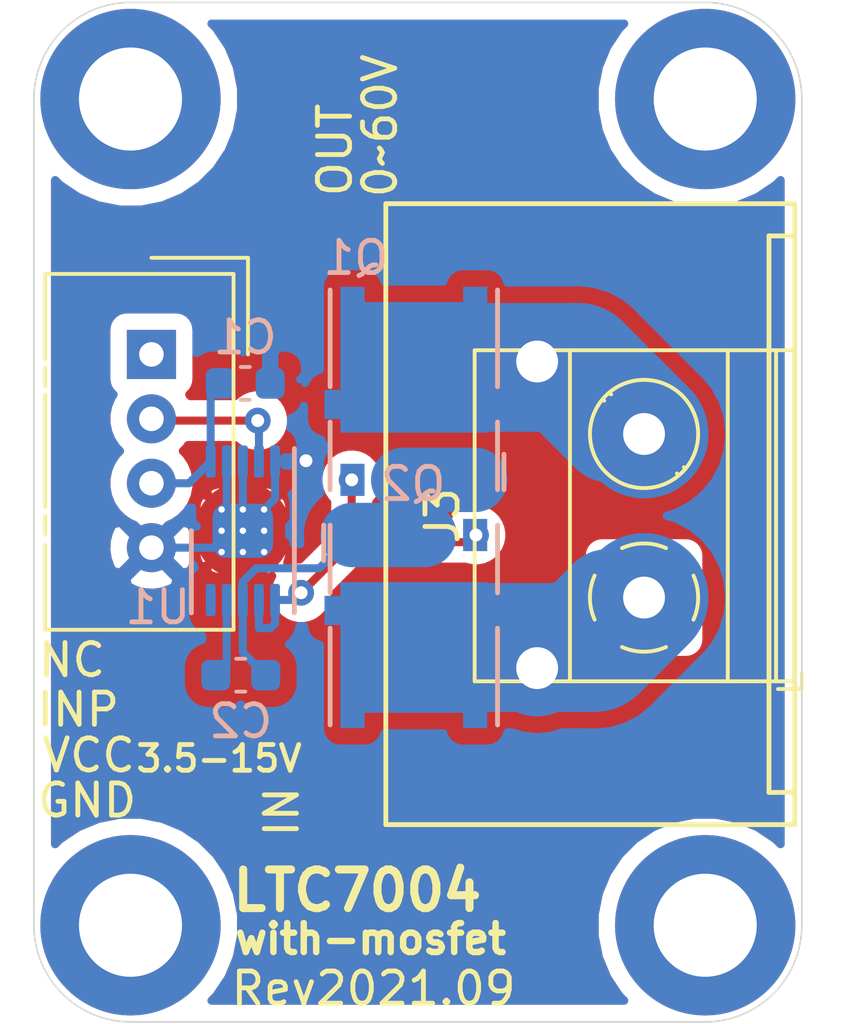
<source format=kicad_pcb>
(kicad_pcb (version 20171130) (host pcbnew 5.1.10-88a1d61d58~89~ubuntu20.04.1)

  (general
    (thickness 1.6)
    (drawings 22)
    (tracks 76)
    (zones 0)
    (modules 12)
    (nets 11)
  )

  (page A4)
  (layers
    (0 F.Cu signal)
    (31 B.Cu signal)
    (32 B.Adhes user)
    (33 F.Adhes user)
    (34 B.Paste user)
    (35 F.Paste user)
    (36 B.SilkS user)
    (37 F.SilkS user)
    (38 B.Mask user)
    (39 F.Mask user)
    (40 Dwgs.User user)
    (41 Cmts.User user)
    (42 Eco1.User user)
    (43 Eco2.User user)
    (44 Edge.Cuts user)
    (45 Margin user)
    (46 B.CrtYd user)
    (47 F.CrtYd user)
    (48 B.Fab user)
    (49 F.Fab user)
  )

  (setup
    (last_trace_width 0.25)
    (trace_clearance 0.2)
    (zone_clearance 0.508)
    (zone_45_only no)
    (trace_min 0.2)
    (via_size 0.8)
    (via_drill 0.4)
    (via_min_size 0.4)
    (via_min_drill 0.3)
    (uvia_size 0.3)
    (uvia_drill 0.1)
    (uvias_allowed no)
    (uvia_min_size 0.2)
    (uvia_min_drill 0.1)
    (edge_width 0.05)
    (segment_width 0.2)
    (pcb_text_width 0.3)
    (pcb_text_size 1.5 1.5)
    (mod_edge_width 0.12)
    (mod_text_size 1 1)
    (mod_text_width 0.15)
    (pad_size 1.524 1.524)
    (pad_drill 0.762)
    (pad_to_mask_clearance 0)
    (aux_axis_origin 0 0)
    (visible_elements FFFFFF7F)
    (pcbplotparams
      (layerselection 0x010fc_ffffffff)
      (usegerberextensions false)
      (usegerberattributes true)
      (usegerberadvancedattributes true)
      (creategerberjobfile true)
      (excludeedgelayer true)
      (linewidth 0.100000)
      (plotframeref false)
      (viasonmask false)
      (mode 1)
      (useauxorigin false)
      (hpglpennumber 1)
      (hpglpenspeed 20)
      (hpglpendiameter 15.000000)
      (psnegative false)
      (psa4output false)
      (plotreference true)
      (plotvalue true)
      (plotinvisibletext false)
      (padsonsilk false)
      (subtractmaskfromsilk false)
      (outputformat 1)
      (mirror false)
      (drillshape 1)
      (scaleselection 1)
      (outputdirectory ""))
  )

  (net 0 "")
  (net 1 VCC)
  (net 2 GND)
  (net 3 /PowerOut)
  (net 4 "Net-(C2-Pad1)")
  (net 5 /PowerIn)
  (net 6 /INP)
  (net 7 "Net-(J2-Pad1)")
  (net 8 /Gate)
  (net 9 "Net-(U1-Pad10)")
  (net 10 /PowerSense)

  (net_class Default "This is the default net class."
    (clearance 0.2)
    (trace_width 0.25)
    (via_dia 0.8)
    (via_drill 0.4)
    (uvia_dia 0.3)
    (uvia_drill 0.1)
    (add_net /Gate)
    (add_net /INP)
    (add_net /PowerIn)
    (add_net /PowerOut)
    (add_net /PowerSense)
    (add_net GND)
    (add_net "Net-(C2-Pad1)")
    (add_net "Net-(J2-Pad1)")
    (add_net "Net-(U1-Pad10)")
    (add_net VCC)
  )

  (module my-kicad-footprints:DFN5 (layer B.Cu) (tedit 5FE2EC6A) (tstamp 61356558)
    (at 177.6 96.1525)
    (descr https://toshiba.semicon-storage.com/jp/semiconductor/design-development/package/detail.SOP%20Advance.html)
    (path /6135776B)
    (fp_text reference Q2 (at -0.0254 -4.3815) (layer B.SilkS)
      (effects (font (size 1 1) (thickness 0.15)) (justify mirror))
    )
    (fp_text value Q_NMOS_SGD (at 0.2159 4.4958) (layer B.Fab)
      (effects (font (size 1 1) (thickness 0.15)) (justify mirror))
    )
    (fp_line (start 2.45 3.075) (end -2.45 3.075) (layer B.Fab) (width 0.12))
    (fp_line (start 2.45 -3.075) (end 2.45 3.075) (layer B.Fab) (width 0.12))
    (fp_line (start -2.45 -3.075) (end 2.45 -3.075) (layer B.Fab) (width 0.12))
    (fp_line (start -2.45 -3.075) (end -2.45 3.075) (layer B.Fab) (width 0.12))
    (fp_line (start -2.6 3.1) (end -2.6 0.1) (layer B.SilkS) (width 0.15))
    (fp_line (start 2.6 3.1) (end 2.6 0.1) (layer B.SilkS) (width 0.15))
    (fp_line (start 2.6 -1) (end 2.6 -3.1) (layer B.SilkS) (width 0.15))
    (fp_line (start -2.6 -1) (end -2.6 -3.1) (layer B.SilkS) (width 0.15))
    (fp_line (start -2.8 -2) (end -2.8 -3.1) (layer B.SilkS) (width 0.15))
    (pad 3 smd rect (at 2.5275 -0.4525 270) (size 0.905 0.495) (layers B.Cu B.Paste B.Mask)
      (net 3 /PowerOut))
    (pad 3 smd rect (at -2.5275 -0.4525 270) (size 0.905 0.495) (layers B.Cu B.Paste B.Mask)
      (net 3 /PowerOut))
    (pad 3 smd rect (at 0 0.6975) (size 4.56 4.055) (layers B.Cu B.Paste B.Mask)
      (net 3 /PowerOut))
    (pad 3 smd rect (at -1.905 2.9625) (size 0.75 0.475) (layers B.Cu B.Paste B.Mask)
      (net 3 /PowerOut))
    (pad 3 smd rect (at 1.905 2.9625) (size 0.75 0.475) (layers B.Cu B.Paste B.Mask)
      (net 3 /PowerOut))
    (pad 2 smd rect (at 1.905 -2.795) (size 0.75 1) (layers B.Cu B.Paste B.Mask)
      (net 8 /Gate))
    (pad 1 smd rect (at 0.635 -2.795) (size 0.75 1) (layers B.Cu B.Paste B.Mask)
      (net 10 /PowerSense))
    (pad 1 smd rect (at -0.635 -2.795) (size 0.75 1) (layers B.Cu B.Paste B.Mask)
      (net 10 /PowerSense))
    (pad 1 smd rect (at -1.905 -2.795) (size 0.75 1) (layers B.Cu B.Paste B.Mask)
      (net 10 /PowerSense))
  )

  (module TerminalBlock_Phoenix:TerminalBlock_Phoenix_MKDS-1,5-2-5.08_1x02_P5.08mm_Horizontal (layer F.Cu) (tedit 5B294EBC) (tstamp 61136239)
    (at 184.75 95.3 90)
    (descr "Terminal Block Phoenix MKDS-1,5-2-5.08, 2 pins, pitch 5.08mm, size 10.2x9.8mm^2, drill diamater 1.3mm, pad diameter 2.6mm, see http://www.farnell.com/datasheets/100425.pdf, script-generated using https://github.com/pointhi/kicad-footprint-generator/scripts/TerminalBlock_Phoenix")
    (tags "THT Terminal Block Phoenix MKDS-1,5-2-5.08 pitch 5.08mm size 10.2x9.8mm^2 drill 1.3mm pad 2.6mm")
    (path /61133E0A)
    (fp_text reference J3 (at 2.54 -6.26 90) (layer F.SilkS)
      (effects (font (size 1 1) (thickness 0.15)))
    )
    (fp_text value Conn_01x02 (at 2.54 5.66 90) (layer F.Fab)
      (effects (font (size 1 1) (thickness 0.15)))
    )
    (fp_circle (center 0 0) (end 1.5 0) (layer F.Fab) (width 0.1))
    (fp_circle (center 5.08 0) (end 6.58 0) (layer F.Fab) (width 0.1))
    (fp_circle (center 5.08 0) (end 6.76 0) (layer F.SilkS) (width 0.12))
    (fp_line (start -2.54 -5.2) (end 7.62 -5.2) (layer F.Fab) (width 0.1))
    (fp_line (start 7.62 -5.2) (end 7.62 4.6) (layer F.Fab) (width 0.1))
    (fp_line (start 7.62 4.6) (end -2.04 4.6) (layer F.Fab) (width 0.1))
    (fp_line (start -2.04 4.6) (end -2.54 4.1) (layer F.Fab) (width 0.1))
    (fp_line (start -2.54 4.1) (end -2.54 -5.2) (layer F.Fab) (width 0.1))
    (fp_line (start -2.54 4.1) (end 7.62 4.1) (layer F.Fab) (width 0.1))
    (fp_line (start -2.6 4.1) (end 7.68 4.1) (layer F.SilkS) (width 0.12))
    (fp_line (start -2.54 2.6) (end 7.62 2.6) (layer F.Fab) (width 0.1))
    (fp_line (start -2.6 2.6) (end 7.68 2.6) (layer F.SilkS) (width 0.12))
    (fp_line (start -2.54 -2.3) (end 7.62 -2.3) (layer F.Fab) (width 0.1))
    (fp_line (start -2.6 -2.301) (end 7.68 -2.301) (layer F.SilkS) (width 0.12))
    (fp_line (start -2.6 -5.261) (end 7.68 -5.261) (layer F.SilkS) (width 0.12))
    (fp_line (start -2.6 4.66) (end 7.68 4.66) (layer F.SilkS) (width 0.12))
    (fp_line (start -2.6 -5.261) (end -2.6 4.66) (layer F.SilkS) (width 0.12))
    (fp_line (start 7.68 -5.261) (end 7.68 4.66) (layer F.SilkS) (width 0.12))
    (fp_line (start 1.138 -0.955) (end -0.955 1.138) (layer F.Fab) (width 0.1))
    (fp_line (start 0.955 -1.138) (end -1.138 0.955) (layer F.Fab) (width 0.1))
    (fp_line (start 6.218 -0.955) (end 4.126 1.138) (layer F.Fab) (width 0.1))
    (fp_line (start 6.035 -1.138) (end 3.943 0.955) (layer F.Fab) (width 0.1))
    (fp_line (start 6.355 -1.069) (end 6.308 -1.023) (layer F.SilkS) (width 0.12))
    (fp_line (start 4.046 1.239) (end 4.011 1.274) (layer F.SilkS) (width 0.12))
    (fp_line (start 6.15 -1.275) (end 6.115 -1.239) (layer F.SilkS) (width 0.12))
    (fp_line (start 3.853 1.023) (end 3.806 1.069) (layer F.SilkS) (width 0.12))
    (fp_line (start -2.84 4.16) (end -2.84 4.9) (layer F.SilkS) (width 0.12))
    (fp_line (start -2.84 4.9) (end -2.34 4.9) (layer F.SilkS) (width 0.12))
    (fp_line (start -3.04 -5.71) (end -3.04 5.1) (layer F.CrtYd) (width 0.05))
    (fp_line (start -3.04 5.1) (end 8.13 5.1) (layer F.CrtYd) (width 0.05))
    (fp_line (start 8.13 5.1) (end 8.13 -5.71) (layer F.CrtYd) (width 0.05))
    (fp_line (start 8.13 -5.71) (end -3.04 -5.71) (layer F.CrtYd) (width 0.05))
    (fp_text user %R (at 2.54 3.2 90) (layer F.Fab)
      (effects (font (size 1 1) (thickness 0.15)))
    )
    (fp_arc (start 0 0) (end -0.684 1.535) (angle -25) (layer F.SilkS) (width 0.12))
    (fp_arc (start 0 0) (end -1.535 -0.684) (angle -48) (layer F.SilkS) (width 0.12))
    (fp_arc (start 0 0) (end 0.684 -1.535) (angle -48) (layer F.SilkS) (width 0.12))
    (fp_arc (start 0 0) (end 1.535 0.684) (angle -48) (layer F.SilkS) (width 0.12))
    (fp_arc (start 0 0) (end 0 1.68) (angle -24) (layer F.SilkS) (width 0.12))
    (pad 2 thru_hole circle (at 5.08 0 90) (size 2.6 2.6) (drill 1.3) (layers *.Cu *.Mask)
      (net 5 /PowerIn))
    (pad 1 thru_hole rect (at 0 0 90) (size 2.6 2.6) (drill 1.3) (layers *.Cu *.Mask)
      (net 3 /PowerOut))
    (model ${KISYS3DMOD}/TerminalBlock_Phoenix.3dshapes/TerminalBlock_Phoenix_MKDS-1,5-2-5.08_1x02_P5.08mm_Horizontal.wrl
      (at (xyz 0 0 0))
      (scale (xyz 1 1 1))
      (rotate (xyz 0 0 0))
    )
  )

  (module my-kicad-footprints:Terminal_9.52mm_1x02_1714971 (layer F.Cu) (tedit 60E5216E) (tstamp 60D28F56)
    (at 181.43 97.49 90)
    (descr https://media.digikey.com/pdf/Data%20Sheets/Phoenix%20Contact%20PDFs/1714971.pdf)
    (path /60D2F53E)
    (fp_text reference J1 (at 6.66496 9.79932 90) (layer F.SilkS) hide
      (effects (font (size 1 1) (thickness 0.15)))
    )
    (fp_text value Conn_01x02 (at 5.49148 -9.72312 90) (layer F.Fab)
      (effects (font (size 1 1) (thickness 0.15)))
    )
    (fp_line (start -4.76 -4.6) (end -4.76 7.9) (layer F.Fab) (width 0.12))
    (fp_line (start -4.76 7.9) (end 14.32 7.9) (layer F.Fab) (width 0.12))
    (fp_line (start 14.32 7.9) (end 14.32 -4.6) (layer F.Fab) (width 0.12))
    (fp_line (start 14.32 -4.6) (end -4.76 -4.6) (layer F.Fab) (width 0.12))
    (fp_line (start 14.42 -4.7) (end -4.86 -4.7) (layer F.SilkS) (width 0.15))
    (fp_line (start -4.86 -4.7) (end -4.86 8) (layer F.SilkS) (width 0.15))
    (fp_line (start -4.86 8) (end 14.42 8) (layer F.SilkS) (width 0.15))
    (fp_line (start 14.42 8) (end 14.42 -4.7) (layer F.SilkS) (width 0.15))
    (fp_line (start -3.86 8) (end -3.86 7.2) (layer F.SilkS) (width 0.15))
    (fp_line (start -3.86 7.2) (end 13.42 7.2) (layer F.SilkS) (width 0.15))
    (fp_line (start 13.42 7.2) (end 13.42 8) (layer F.SilkS) (width 0.15))
    (pad 2 thru_hole circle (at 9.52 0 90) (size 1.8 1.8) (drill 1.3) (layers *.Cu *.Mask)
      (net 5 /PowerIn))
    (pad 1 thru_hole circle (at 0 0 90) (size 1.8 1.8) (drill 1.3) (layers *.Cu *.Mask)
      (net 3 /PowerOut))
  )

  (module Connector:NS-Tech_Grove_1x04_P2mm_Vertical (layer F.Cu) (tedit 5A2A5779) (tstamp 60D28F73)
    (at 169.45 87.75)
    (descr https://statics3.seeedstudio.com/images/opl/datasheet/3470130P1.pdf)
    (tags Grove-1x04)
    (path /60D30990)
    (fp_text reference J2 (at -1.5 -4) (layer F.SilkS) hide
      (effects (font (size 1 1) (thickness 0.15)))
    )
    (fp_text value Grove-I2C-connector (at 4.19 2.83 90) (layer F.Fab)
      (effects (font (size 1 1) (thickness 0.15)))
    )
    (fp_line (start 0.9 0) (end 2.2 1) (layer F.Fab) (width 0.1))
    (fp_line (start 2.2 -1) (end 0.9 0) (layer F.Fab) (width 0.1))
    (fp_line (start 3 -3) (end 3 0) (layer F.SilkS) (width 0.12))
    (fp_line (start 0 -3) (end 3 -3) (layer F.SilkS) (width 0.12))
    (fp_line (start -3.45 -2.65) (end -3.45 8.7) (layer F.CrtYd) (width 0.05))
    (fp_line (start -3.45 8.7) (end 2.7 8.7) (layer F.CrtYd) (width 0.05))
    (fp_line (start 2.7 8.7) (end 2.7 -2.65) (layer F.CrtYd) (width 0.05))
    (fp_line (start -3.45 -2.65) (end 2.7 -2.65) (layer F.CrtYd) (width 0.05))
    (fp_line (start -3.3 5) (end -3.3 5.6) (layer F.SilkS) (width 0.12))
    (fp_line (start -3.3 0.4) (end -3.3 1) (layer F.SilkS) (width 0.12))
    (fp_line (start 2.55 -2.5) (end 2.55 8.55) (layer F.SilkS) (width 0.12))
    (fp_line (start -3.3 -2.5) (end 2.55 -2.5) (layer F.SilkS) (width 0.12))
    (fp_line (start -3.3 1.25) (end -3.3 4.75) (layer F.SilkS) (width 0.12))
    (fp_line (start -3.3 8.55) (end 2.55 8.55) (layer F.SilkS) (width 0.12))
    (fp_line (start -3.3 -2.5) (end -3.3 0.15) (layer F.SilkS) (width 0.12))
    (fp_line (start -3.3 5.9) (end -3.3 8.55) (layer F.SilkS) (width 0.12))
    (fp_line (start -2.9 -2.1) (end 2.2 -2.1) (layer F.Fab) (width 0.1))
    (fp_line (start 2.2 -2.1) (end 2.2 8.1) (layer F.Fab) (width 0.1))
    (fp_line (start 2.2 8.1) (end -2.9 8.1) (layer F.Fab) (width 0.1))
    (fp_line (start -2.9 8.1) (end -2.9 -2.1) (layer F.Fab) (width 0.1))
    (fp_text user %R (at -2 2 90) (layer F.Fab)
      (effects (font (size 1 1) (thickness 0.15)))
    )
    (pad 4 thru_hole circle (at 0 6) (size 1.524 1.524) (drill 0.762) (layers *.Cu *.Mask)
      (net 2 GND))
    (pad 3 thru_hole circle (at 0 4) (size 1.524 1.524) (drill 0.762) (layers *.Cu *.Mask)
      (net 1 VCC))
    (pad 2 thru_hole circle (at 0 2) (size 1.524 1.524) (drill 0.762) (layers *.Cu *.Mask)
      (net 6 /INP))
    (pad 1 thru_hole rect (at 0 0) (size 1.524 1.524) (drill 0.762) (layers *.Cu *.Mask)
      (net 7 "Net-(J2-Pad1)"))
    (model ${KISYS3DMOD}/Connector.3dshapes/NS-Tech_Grove_1x04_P2mm_Vertical.wrl
      (at (xyz 0 0 0))
      (scale (xyz 0.3937 0.3937 0.3937))
      (rotate (xyz 0 0 -90))
    )
  )

  (module MountingHole:MountingHole_3.2mm_M3_DIN965_Pad (layer F.Cu) (tedit 56D1B4CB) (tstamp 60D29815)
    (at 168.8 79.82)
    (descr "Mounting Hole 3.2mm, M3, DIN965")
    (tags "mounting hole 3.2mm m3 din965")
    (attr virtual)
    (fp_text reference REF** (at 0 -3.8) (layer F.SilkS) hide
      (effects (font (size 1 1) (thickness 0.15)))
    )
    (fp_text value MountingHole_3.2mm_M3_DIN965_Pad (at 0 3.8) (layer F.Fab) hide
      (effects (font (size 1 1) (thickness 0.15)))
    )
    (fp_circle (center 0 0) (end 2.8 0) (layer Cmts.User) (width 0.15))
    (fp_circle (center 0 0) (end 3.05 0) (layer F.CrtYd) (width 0.05))
    (fp_text user %R (at 0.3 0) (layer F.Fab)
      (effects (font (size 1 1) (thickness 0.15)))
    )
    (pad 1 thru_hole circle (at 0 0) (size 5.6 5.6) (drill 3.2) (layers *.Cu *.Mask))
  )

  (module MountingHole:MountingHole_3.2mm_M3_DIN965_Pad (layer F.Cu) (tedit 56D1B4CB) (tstamp 60D29815)
    (at 168.8 105.475)
    (descr "Mounting Hole 3.2mm, M3, DIN965")
    (tags "mounting hole 3.2mm m3 din965")
    (attr virtual)
    (fp_text reference REF** (at 0 -3.8) (layer F.SilkS) hide
      (effects (font (size 1 1) (thickness 0.15)))
    )
    (fp_text value MountingHole_3.2mm_M3_DIN965_Pad (at 0 3.8) (layer F.Fab) hide
      (effects (font (size 1 1) (thickness 0.15)))
    )
    (fp_circle (center 0 0) (end 2.8 0) (layer Cmts.User) (width 0.15))
    (fp_circle (center 0 0) (end 3.05 0) (layer F.CrtYd) (width 0.05))
    (fp_text user %R (at 0.3 0) (layer F.Fab)
      (effects (font (size 1 1) (thickness 0.15)))
    )
    (pad 1 thru_hole circle (at 0 0) (size 5.6 5.6) (drill 3.2) (layers *.Cu *.Mask))
  )

  (module MountingHole:MountingHole_3.2mm_M3_DIN965_Pad (layer F.Cu) (tedit 56D1B4CB) (tstamp 60D297E0)
    (at 186.65 79.82)
    (descr "Mounting Hole 3.2mm, M3, DIN965")
    (tags "mounting hole 3.2mm m3 din965")
    (attr virtual)
    (fp_text reference REF** (at 0 -3.8) (layer F.SilkS) hide
      (effects (font (size 1 1) (thickness 0.15)))
    )
    (fp_text value MountingHole_3.2mm_M3_DIN965_Pad (at 0 3.8) (layer F.Fab) hide
      (effects (font (size 1 1) (thickness 0.15)))
    )
    (fp_circle (center 0 0) (end 2.8 0) (layer Cmts.User) (width 0.15))
    (fp_circle (center 0 0) (end 3.05 0) (layer F.CrtYd) (width 0.05))
    (fp_text user %R (at 0.3 0) (layer F.Fab)
      (effects (font (size 1 1) (thickness 0.15)))
    )
    (pad 1 thru_hole circle (at 0 0) (size 5.6 5.6) (drill 3.2) (layers *.Cu *.Mask))
  )

  (module MountingHole:MountingHole_3.2mm_M3_DIN965_Pad (layer F.Cu) (tedit 56D1B4CB) (tstamp 60D297CF)
    (at 186.65 105.475)
    (descr "Mounting Hole 3.2mm, M3, DIN965")
    (tags "mounting hole 3.2mm m3 din965")
    (attr virtual)
    (fp_text reference REF** (at 0 -3.8) (layer F.SilkS) hide
      (effects (font (size 1 1) (thickness 0.15)))
    )
    (fp_text value MountingHole_3.2mm_M3_DIN965_Pad (at 0 3.8) (layer F.Fab) hide
      (effects (font (size 1 1) (thickness 0.15)))
    )
    (fp_circle (center 0 0) (end 2.8 0) (layer Cmts.User) (width 0.15))
    (fp_circle (center 0 0) (end 3.05 0) (layer F.CrtYd) (width 0.05))
    (fp_text user %R (at 0.3 0) (layer F.Fab)
      (effects (font (size 1 1) (thickness 0.15)))
    )
    (pad 1 thru_hole circle (at 0 0) (size 5.6 5.6) (drill 3.2) (layers *.Cu *.Mask))
  )

  (module my-kicad-footprints:GateDriver_LTC7004 (layer B.Cu) (tedit 6077BE6D) (tstamp 60D28FA8)
    (at 172.29 93.225)
    (path /60D2CE98)
    (fp_text reference U1 (at -2.64 2.375) (layer B.SilkS)
      (effects (font (size 1 1) (thickness 0.15)) (justify mirror))
    )
    (fp_text value GateDriver_LTC7004 (at -0.0127 3.81) (layer B.Fab)
      (effects (font (size 1 1) (thickness 0.15)) (justify mirror))
    )
    (fp_line (start 1.5 2.45) (end -1.5 2.45) (layer B.Fab) (width 0.12))
    (fp_line (start 1.5 -2.45) (end 1.5 2.45) (layer B.Fab) (width 0.12))
    (fp_line (start -1.5 -2.45) (end 1.5 -2.45) (layer B.Fab) (width 0.12))
    (fp_line (start -1.5 2.45) (end -1.5 -2.45) (layer B.Fab) (width 0.12))
    (fp_line (start -1.6 2.55) (end -1.6 0) (layer B.SilkS) (width 0.15))
    (fp_line (start 1.6 2.55) (end 1.6 -2.55) (layer B.SilkS) (width 0.15))
    (fp_line (start -1.48844 -2.01168) (end -1.0414 -2.4384) (layer B.Fab) (width 0.12))
    (pad 11 thru_hole circle (at 0.66 -0.66) (size 0.3 0.3) (drill 0.2) (layers *.Cu *.Mask)
      (net 2 GND))
    (pad 11 thru_hole circle (at 0 -0.66) (size 0.3 0.3) (drill 0.2) (layers *.Cu *.Mask)
      (net 2 GND))
    (pad 11 thru_hole circle (at -0.66 -0.66) (size 0.3 0.3) (drill 0.2) (layers *.Cu *.Mask)
      (net 2 GND))
    (pad 11 thru_hole circle (at 0.66 0) (size 0.3 0.3) (drill 0.2) (layers *.Cu *.Mask)
      (net 2 GND))
    (pad 11 thru_hole circle (at 0 0) (size 0.3 0.3) (drill 0.2) (layers *.Cu *.Mask)
      (net 2 GND))
    (pad 11 thru_hole circle (at -0.66 0) (size 0.3 0.3) (drill 0.2) (layers *.Cu *.Mask)
      (net 2 GND))
    (pad 11 thru_hole circle (at 0.66 0.66) (size 0.3 0.3) (drill 0.2) (layers *.Cu *.Mask)
      (net 2 GND))
    (pad 11 thru_hole circle (at 0 0.66) (size 0.3 0.3) (drill 0.2) (layers *.Cu *.Mask)
      (net 2 GND))
    (pad 11 thru_hole circle (at -0.66 0.66) (size 0.3 0.3) (drill 0.2) (layers *.Cu *.Mask)
      (net 2 GND))
    (pad 11 smd roundrect (at 0 0) (size 1.88 1.68) (layers B.Cu B.Paste B.Mask) (roundrect_rratio 0.25)
      (net 2 GND))
    (pad 10 smd roundrect (at -1 2.15) (size 0.305 1) (layers B.Cu B.Paste B.Mask) (roundrect_rratio 0.25)
      (net 9 "Net-(U1-Pad10)"))
    (pad 9 smd roundrect (at -0.5 2.15) (size 0.305 1) (layers B.Cu B.Paste B.Mask) (roundrect_rratio 0.25)
      (net 4 "Net-(C2-Pad1)"))
    (pad 8 smd roundrect (at 0 2.15) (size 0.305 1) (layers B.Cu B.Paste B.Mask) (roundrect_rratio 0.25)
      (net 10 /PowerSense))
    (pad 7 smd roundrect (at 0.5 2.15) (size 0.305 1) (layers B.Cu B.Paste B.Mask) (roundrect_rratio 0.25)
      (net 8 /Gate))
    (pad 6 smd roundrect (at 1 2.15) (size 0.305 1) (layers B.Cu B.Paste B.Mask) (roundrect_rratio 0.25)
      (net 8 /Gate))
    (pad 5 smd roundrect (at 1 -2.15) (size 0.305 1) (layers B.Cu B.Paste B.Mask) (roundrect_rratio 0.25)
      (net 2 GND))
    (pad 4 smd roundrect (at 0.5 -2.15) (size 0.305 1) (layers B.Cu B.Paste B.Mask) (roundrect_rratio 0.25)
      (net 6 /INP))
    (pad 3 smd roundrect (at 0 -2.15) (size 0.305 1) (layers B.Cu B.Paste B.Mask) (roundrect_rratio 0.25)
      (net 2 GND))
    (pad 2 smd roundrect (at -0.5 -2.15) (size 0.305 1) (layers B.Cu B.Paste B.Mask) (roundrect_rratio 0.25)
      (net 2 GND))
    (pad 1 smd roundrect (at -1 -2.15) (size 0.305 1) (layers B.Cu B.Paste B.Mask) (roundrect_rratio 0.25)
      (net 1 VCC))
  )

  (module my-kicad-footprints:DFN5 (layer B.Cu) (tedit 5FE2EC6A) (tstamp 60D28F89)
    (at 177.6 88.85 180)
    (descr https://toshiba.semicon-storage.com/jp/semiconductor/design-development/package/detail.SOP%20Advance.html)
    (path /60D3717A)
    (fp_text reference Q1 (at 1.8 4.0975) (layer B.SilkS)
      (effects (font (size 1 1) (thickness 0.15)) (justify mirror))
    )
    (fp_text value Q_NMOS_SGD (at 0.2159 4.4958) (layer B.Fab)
      (effects (font (size 1 1) (thickness 0.15)) (justify mirror))
    )
    (fp_line (start 2.45 3.075) (end -2.45 3.075) (layer B.Fab) (width 0.12))
    (fp_line (start 2.45 -3.075) (end 2.45 3.075) (layer B.Fab) (width 0.12))
    (fp_line (start -2.45 -3.075) (end 2.45 -3.075) (layer B.Fab) (width 0.12))
    (fp_line (start -2.45 -3.075) (end -2.45 3.075) (layer B.Fab) (width 0.12))
    (fp_line (start -2.6 3.1) (end -2.6 0.1) (layer B.SilkS) (width 0.15))
    (fp_line (start 2.6 3.1) (end 2.6 0.1) (layer B.SilkS) (width 0.15))
    (fp_line (start 2.6 -1) (end 2.6 -3.1) (layer B.SilkS) (width 0.15))
    (fp_line (start -2.6 -1) (end -2.6 -3.1) (layer B.SilkS) (width 0.15))
    (fp_line (start -2.8 -2) (end -2.8 -3.1) (layer B.SilkS) (width 0.15))
    (pad 3 smd rect (at 2.5275 -0.4525 90) (size 0.905 0.495) (layers B.Cu B.Paste B.Mask)
      (net 5 /PowerIn))
    (pad 3 smd rect (at -2.5275 -0.4525 90) (size 0.905 0.495) (layers B.Cu B.Paste B.Mask)
      (net 5 /PowerIn))
    (pad 3 smd rect (at 0 0.6975 180) (size 4.56 4.055) (layers B.Cu B.Paste B.Mask)
      (net 5 /PowerIn))
    (pad 3 smd rect (at -1.905 2.9625 180) (size 0.75 0.475) (layers B.Cu B.Paste B.Mask)
      (net 5 /PowerIn))
    (pad 3 smd rect (at 1.905 2.9625 180) (size 0.75 0.475) (layers B.Cu B.Paste B.Mask)
      (net 5 /PowerIn))
    (pad 2 smd rect (at 1.905 -2.795 180) (size 0.75 1) (layers B.Cu B.Paste B.Mask)
      (net 8 /Gate))
    (pad 1 smd rect (at 0.635 -2.795 180) (size 0.75 1) (layers B.Cu B.Paste B.Mask)
      (net 10 /PowerSense))
    (pad 1 smd rect (at -0.635 -2.795 180) (size 0.75 1) (layers B.Cu B.Paste B.Mask)
      (net 10 /PowerSense))
    (pad 1 smd rect (at -1.905 -2.795 180) (size 0.75 1) (layers B.Cu B.Paste B.Mask)
      (net 10 /PowerSense))
  )

  (module Capacitor_SMD:C_0603_1608Metric (layer B.Cu) (tedit 5F68FEEE) (tstamp 60D28F2C)
    (at 172.225 97.71)
    (descr "Capacitor SMD 0603 (1608 Metric), square (rectangular) end terminal, IPC_7351 nominal, (Body size source: IPC-SM-782 page 76, https://www.pcb-3d.com/wordpress/wp-content/uploads/ipc-sm-782a_amendment_1_and_2.pdf), generated with kicad-footprint-generator")
    (tags capacitor)
    (path /60D2EC29)
    (attr smd)
    (fp_text reference C2 (at 0 1.43) (layer B.SilkS)
      (effects (font (size 1 1) (thickness 0.15)) (justify mirror))
    )
    (fp_text value 0.1uf (at 0 -1.43) (layer B.Fab)
      (effects (font (size 1 1) (thickness 0.15)) (justify mirror))
    )
    (fp_line (start -0.8 -0.4) (end -0.8 0.4) (layer B.Fab) (width 0.1))
    (fp_line (start -0.8 0.4) (end 0.8 0.4) (layer B.Fab) (width 0.1))
    (fp_line (start 0.8 0.4) (end 0.8 -0.4) (layer B.Fab) (width 0.1))
    (fp_line (start 0.8 -0.4) (end -0.8 -0.4) (layer B.Fab) (width 0.1))
    (fp_line (start -0.14058 0.51) (end 0.14058 0.51) (layer B.SilkS) (width 0.12))
    (fp_line (start -0.14058 -0.51) (end 0.14058 -0.51) (layer B.SilkS) (width 0.12))
    (fp_line (start -1.48 -0.73) (end -1.48 0.73) (layer B.CrtYd) (width 0.05))
    (fp_line (start -1.48 0.73) (end 1.48 0.73) (layer B.CrtYd) (width 0.05))
    (fp_line (start 1.48 0.73) (end 1.48 -0.73) (layer B.CrtYd) (width 0.05))
    (fp_line (start 1.48 -0.73) (end -1.48 -0.73) (layer B.CrtYd) (width 0.05))
    (fp_text user %R (at 0 0) (layer B.Fab)
      (effects (font (size 0.4 0.4) (thickness 0.06)) (justify mirror))
    )
    (pad 2 smd roundrect (at 0.775 0) (size 0.9 0.95) (layers B.Cu B.Paste B.Mask) (roundrect_rratio 0.25)
      (net 10 /PowerSense))
    (pad 1 smd roundrect (at -0.775 0) (size 0.9 0.95) (layers B.Cu B.Paste B.Mask) (roundrect_rratio 0.25)
      (net 4 "Net-(C2-Pad1)"))
    (model ${KISYS3DMOD}/Capacitor_SMD.3dshapes/C_0603_1608Metric.wrl
      (at (xyz 0 0 0))
      (scale (xyz 1 1 1))
      (rotate (xyz 0 0 0))
    )
  )

  (module Capacitor_SMD:C_0603_1608Metric (layer B.Cu) (tedit 5F68FEEE) (tstamp 60D28F1B)
    (at 172.365 88.65 180)
    (descr "Capacitor SMD 0603 (1608 Metric), square (rectangular) end terminal, IPC_7351 nominal, (Body size source: IPC-SM-782 page 76, https://www.pcb-3d.com/wordpress/wp-content/uploads/ipc-sm-782a_amendment_1_and_2.pdf), generated with kicad-footprint-generator")
    (tags capacitor)
    (path /60D34CD0)
    (attr smd)
    (fp_text reference C1 (at 0 1.43) (layer B.SilkS)
      (effects (font (size 1 1) (thickness 0.15)) (justify mirror))
    )
    (fp_text value 0.1uf (at 0 -1.43) (layer B.Fab)
      (effects (font (size 1 1) (thickness 0.15)) (justify mirror))
    )
    (fp_line (start -0.8 -0.4) (end -0.8 0.4) (layer B.Fab) (width 0.1))
    (fp_line (start -0.8 0.4) (end 0.8 0.4) (layer B.Fab) (width 0.1))
    (fp_line (start 0.8 0.4) (end 0.8 -0.4) (layer B.Fab) (width 0.1))
    (fp_line (start 0.8 -0.4) (end -0.8 -0.4) (layer B.Fab) (width 0.1))
    (fp_line (start -0.14058 0.51) (end 0.14058 0.51) (layer B.SilkS) (width 0.12))
    (fp_line (start -0.14058 -0.51) (end 0.14058 -0.51) (layer B.SilkS) (width 0.12))
    (fp_line (start -1.48 -0.73) (end -1.48 0.73) (layer B.CrtYd) (width 0.05))
    (fp_line (start -1.48 0.73) (end 1.48 0.73) (layer B.CrtYd) (width 0.05))
    (fp_line (start 1.48 0.73) (end 1.48 -0.73) (layer B.CrtYd) (width 0.05))
    (fp_line (start 1.48 -0.73) (end -1.48 -0.73) (layer B.CrtYd) (width 0.05))
    (fp_text user %R (at 0 0) (layer B.Fab)
      (effects (font (size 0.4 0.4) (thickness 0.06)) (justify mirror))
    )
    (pad 2 smd roundrect (at 0.775 0 180) (size 0.9 0.95) (layers B.Cu B.Paste B.Mask) (roundrect_rratio 0.25)
      (net 1 VCC))
    (pad 1 smd roundrect (at -0.775 0 180) (size 0.9 0.95) (layers B.Cu B.Paste B.Mask) (roundrect_rratio 0.25)
      (net 2 GND))
    (model ${KISYS3DMOD}/Capacitor_SMD.3dshapes/C_0603_1608Metric.wrl
      (at (xyz 0 0 0))
      (scale (xyz 1 1 1))
      (rotate (xyz 0 0 0))
    )
  )

  (gr_line (start 177.65 92.2) (end 177.6 92.85) (layer B.Mask) (width 2.5) (tstamp 613569C1))
  (gr_line (start 183.7 89.15) (end 177.3 88.5) (layer B.Mask) (width 2.5) (tstamp 611314A6))
  (gr_line (start 184.65 96.15) (end 177.9 96.15) (layer B.Mask) (width 2.5))
  (gr_arc (start 168.8 105.475) (end 165.8 105.475) (angle -90) (layer Edge.Cuts) (width 0.05) (tstamp 6113644B))
  (gr_arc (start 186.65 105.475) (end 186.65 108.475) (angle -90) (layer Edge.Cuts) (width 0.05) (tstamp 6113644B))
  (gr_arc (start 186.65 79.82) (end 189.65 79.82) (angle -90) (layer Edge.Cuts) (width 0.05) (tstamp 6113644B))
  (gr_arc (start 168.8 79.82) (end 168.8 76.82) (angle -90) (layer Edge.Cuts) (width 0.05))
  (gr_text with-mosfet (at 171.95 105.9) (layer F.SilkS) (tstamp 60EE96F7)
    (effects (font (size 0.9 0.9) (thickness 0.2)) (justify left))
  )
  (gr_text 0~~60V (at 176.55 80.65 90) (layer F.SilkS)
    (effects (font (size 1 1) (thickness 0.15)))
  )
  (gr_text 3.5-15V (at 171.55 100.3) (layer F.SilkS)
    (effects (font (size 0.8 0.8) (thickness 0.15)))
  )
  (gr_text GND (at 167.45 101.6) (layer F.SilkS)
    (effects (font (size 1 1) (thickness 0.15)))
  )
  (gr_text VCC (at 167.5 100.2) (layer F.SilkS)
    (effects (font (size 1 1) (thickness 0.15)))
  )
  (gr_text NC (at 166.98 97.24) (layer F.SilkS)
    (effects (font (size 1 1) (thickness 0.15)))
  )
  (gr_text INP (at 167.18 98.78) (layer F.SilkS)
    (effects (font (size 1 1) (thickness 0.15)))
  )
  (gr_text IN (at 173.5 101.95 90) (layer F.SilkS)
    (effects (font (size 1 1) (thickness 0.15)))
  )
  (gr_text OUT (at 175.15 81.4 90) (layer F.SilkS)
    (effects (font (size 1 1) (thickness 0.15)))
  )
  (gr_text Rev2021.09 (at 176.35 107.44) (layer F.SilkS)
    (effects (font (size 1 1) (thickness 0.15)))
  )
  (gr_text LTC7004 (at 171.85 104.4) (layer F.SilkS)
    (effects (font (size 1.2 1.2) (thickness 0.25)) (justify left))
  )
  (gr_line (start 186.65 76.82) (end 168.8 76.82) (layer Edge.Cuts) (width 0.05))
  (gr_line (start 189.65 105.475) (end 189.65 79.82) (layer Edge.Cuts) (width 0.05))
  (gr_line (start 168.8 108.475) (end 186.65 108.475) (layer Edge.Cuts) (width 0.05))
  (gr_line (start 165.8 79.82) (end 165.8 105.475) (layer Edge.Cuts) (width 0.05))

  (segment (start 170.615 91.75) (end 171.29 91.075) (width 0.25) (layer B.Cu) (net 1))
  (segment (start 169.45 91.75) (end 170.615 91.75) (width 0.25) (layer B.Cu) (net 1))
  (segment (start 171.29 88.95) (end 171.29 91.075) (width 0.25) (layer B.Cu) (net 1))
  (segment (start 171.59 88.65) (end 171.29 88.95) (width 0.25) (layer B.Cu) (net 1))
  (segment (start 171.765 93.75) (end 172.29 93.225) (width 0.25) (layer B.Cu) (net 2))
  (segment (start 169.45 93.75) (end 171.765 93.75) (width 0.25) (layer B.Cu) (net 2))
  (segment (start 172.29 91.075) (end 172.29 92.565) (width 0.25) (layer B.Cu) (net 2))
  (segment (start 173.29 92.225) (end 173.29 91.075) (width 0.25) (layer B.Cu) (net 2))
  (segment (start 171.79 92.725) (end 172.29 93.225) (width 0.25) (layer B.Cu) (net 2))
  (segment (start 171.79 91.075) (end 171.79 92.725) (width 0.25) (layer B.Cu) (net 2))
  (via (at 174.25 91.05) (size 0.8) (drill 0.4) (layers F.Cu B.Cu) (net 2))
  (segment (start 174.225 91.075) (end 174.25 91.05) (width 0.25) (layer B.Cu) (net 2))
  (segment (start 173.29 91.075) (end 174.225 91.075) (width 0.25) (layer B.Cu) (net 2))
  (segment (start 172.29 93.225) (end 171.63 93.225) (width 0.25) (layer B.Cu) (net 2))
  (segment (start 172.29 93.225) (end 172.29 92.565) (width 0.25) (layer B.Cu) (net 2))
  (segment (start 172.29 93.225) (end 172.95 93.885) (width 0.25) (layer B.Cu) (net 2))
  (segment (start 172.29 93.225) (end 173.29 92.225) (width 0.25) (layer B.Cu) (net 2))
  (segment (start 172.29 93.225) (end 172.29 93.24) (width 3) (layer F.Cu) (net 2))
  (segment (start 172.29 97) (end 173 97.71) (width 0.25) (layer B.Cu) (net 10))
  (segment (start 172.29 95.375) (end 172.29 97) (width 0.25) (layer B.Cu) (net 10))
  (segment (start 176.865 95.532502) (end 176.865 95.3425) (width 0.25) (layer B.Cu) (net 3))
  (segment (start 183.62 95.3) (end 181.43 97.49) (width 3) (layer B.Cu) (net 3))
  (segment (start 184.75 95.3) (end 183.62 95.3) (width 3) (layer B.Cu) (net 3))
  (segment (start 180.79 96.85) (end 181.43 97.49) (width 3) (layer B.Cu) (net 3))
  (segment (start 177.6 96.85) (end 180.79 96.85) (width 3) (layer B.Cu) (net 3))
  (segment (start 175.695 98.755) (end 177.6 96.85) (width 0.25) (layer B.Cu) (net 3))
  (segment (start 175.695 99.115) (end 175.695 98.755) (width 0.25) (layer B.Cu) (net 3))
  (segment (start 179.505 98.755) (end 177.6 96.85) (width 0.25) (layer B.Cu) (net 3))
  (segment (start 179.505 99.115) (end 179.505 98.755) (width 0.25) (layer B.Cu) (net 3))
  (segment (start 176.45 95.7) (end 177.6 96.85) (width 0.25) (layer B.Cu) (net 3))
  (segment (start 175.0725 95.7) (end 176.45 95.7) (width 0.25) (layer B.Cu) (net 3))
  (segment (start 183.2 96.85) (end 184.75 95.3) (width 4) (layer B.Cu) (net 3))
  (segment (start 177.6 96.85) (end 183.2 96.85) (width 4) (layer B.Cu) (net 3))
  (segment (start 171.79 97.37) (end 171.79 95.375) (width 0.25) (layer B.Cu) (net 4))
  (segment (start 171.45 97.71) (end 171.79 97.37) (width 0.25) (layer B.Cu) (net 4))
  (segment (start 183.68 90.22) (end 181.43 87.97) (width 3) (layer B.Cu) (net 5))
  (segment (start 184.75 90.22) (end 183.68 90.22) (width 3) (layer B.Cu) (net 5))
  (segment (start 181.2475 88.1525) (end 181.43 87.97) (width 3) (layer B.Cu) (net 5))
  (segment (start 177.6 88.1525) (end 181.2475 88.1525) (width 3) (layer B.Cu) (net 5))
  (segment (start 177.6 87.7925) (end 175.695 85.8875) (width 0.25) (layer B.Cu) (net 5))
  (segment (start 177.6 88.1525) (end 177.6 87.7925) (width 0.25) (layer B.Cu) (net 5))
  (segment (start 176.45 89.3025) (end 177.6 88.1525) (width 0.25) (layer B.Cu) (net 5))
  (segment (start 175.0725 89.3025) (end 176.45 89.3025) (width 0.25) (layer B.Cu) (net 5))
  (segment (start 178.75 89.3025) (end 177.6 88.1525) (width 0.25) (layer B.Cu) (net 5))
  (segment (start 180.1275 89.3025) (end 178.75 89.3025) (width 0.25) (layer B.Cu) (net 5))
  (segment (start 179.505 86.2475) (end 177.6 88.1525) (width 0.25) (layer B.Cu) (net 5))
  (segment (start 179.505 85.8875) (end 179.505 86.2475) (width 0.25) (layer B.Cu) (net 5))
  (segment (start 182.6825 88.1525) (end 184.75 90.22) (width 4) (layer B.Cu) (net 5))
  (segment (start 177.6 88.1525) (end 182.6825 88.1525) (width 4) (layer B.Cu) (net 5))
  (via (at 172.751916 89.804513) (size 0.8) (drill 0.4) (layers F.Cu B.Cu) (net 6))
  (segment (start 172.79 89.842597) (end 172.751916 89.804513) (width 0.25) (layer B.Cu) (net 6))
  (segment (start 172.79 91.075) (end 172.79 89.842597) (width 0.25) (layer B.Cu) (net 6))
  (segment (start 169.504513 89.804513) (end 169.45 89.75) (width 0.25) (layer F.Cu) (net 6))
  (segment (start 172.751916 89.804513) (end 169.504513 89.804513) (width 0.25) (layer F.Cu) (net 6))
  (segment (start 173.3225 95.3425) (end 173.29 95.375) (width 0.25) (layer B.Cu) (net 8))
  (segment (start 172.79 95.375) (end 172.79 96.24) (width 0.25) (layer B.Cu) (net 8))
  (segment (start 172.79 96.24) (end 172.8 96.25) (width 0.25) (layer B.Cu) (net 8))
  (segment (start 172.8 96.25) (end 173.15 96.25) (width 0.25) (layer B.Cu) (net 8))
  (segment (start 173.29 96.11) (end 173.29 95.375) (width 0.25) (layer B.Cu) (net 8))
  (segment (start 173.15 96.25) (end 173.29 96.11) (width 0.25) (layer B.Cu) (net 8))
  (via (at 174.1 95.15) (size 0.8) (drill 0.4) (layers F.Cu B.Cu) (net 8))
  (segment (start 173.875 95.375) (end 174.1 95.15) (width 0.25) (layer B.Cu) (net 8))
  (segment (start 173.29 95.375) (end 173.875 95.375) (width 0.25) (layer B.Cu) (net 8))
  (segment (start 175.670001 93.579999) (end 175.670001 91.645) (width 0.25) (layer F.Cu) (net 8))
  (via (at 175.670001 91.645) (size 0.8) (drill 0.4) (layers F.Cu B.Cu) (net 8))
  (segment (start 174.1 95.15) (end 175.670001 93.579999) (width 0.25) (layer F.Cu) (net 8))
  (via (at 179.529999 93.3575) (size 0.8) (drill 0.4) (layers F.Cu B.Cu) (net 8))
  (segment (start 179.3075 93.579999) (end 179.529999 93.3575) (width 0.25) (layer F.Cu) (net 8))
  (segment (start 175.670001 93.579999) (end 179.3075 93.579999) (width 0.25) (layer F.Cu) (net 8))
  (segment (start 179.505 91.645) (end 177.270001 91.645) (width 2) (layer B.Cu) (net 10))
  (segment (start 175.695 93.3575) (end 177.929999 93.3575) (width 2) (layer B.Cu) (net 10))
  (segment (start 172.707522 94.39001) (end 174.66249 94.39001) (width 0.25) (layer B.Cu) (net 10))
  (segment (start 172.29 94.807532) (end 172.707522 94.39001) (width 0.25) (layer B.Cu) (net 10))
  (segment (start 174.66249 94.39001) (end 175.695 93.3575) (width 0.25) (layer B.Cu) (net 10))
  (segment (start 172.29 95.375) (end 172.29 94.807532) (width 0.25) (layer B.Cu) (net 10))
  (segment (start 176.965 91.645) (end 176.965 93.3575) (width 0.25) (layer B.Cu) (net 10))

  (zone (net 2) (net_name GND) (layer F.Cu) (tstamp 611319C2) (hatch edge 0.508)
    (connect_pads (clearance 0.508))
    (min_thickness 0.254)
    (fill yes (arc_segments 32) (thermal_gap 0.508) (thermal_bridge_width 0.508))
    (polygon
      (pts
        (xy 189.85 108.525) (xy 165.7 108.35) (xy 165.7 76.8) (xy 189.85 76.975)
      )
    )
    (filled_polygon
      (pts
        (xy 183.981862 77.630315) (xy 183.605943 78.192918) (xy 183.347006 78.818048) (xy 183.215 79.481682) (xy 183.215 80.158318)
        (xy 183.347006 80.821952) (xy 183.605943 81.447082) (xy 183.981862 82.009685) (xy 184.460315 82.488138) (xy 185.022918 82.864057)
        (xy 185.648048 83.122994) (xy 186.311682 83.255) (xy 186.988318 83.255) (xy 187.651952 83.122994) (xy 188.277082 82.864057)
        (xy 188.839685 82.488138) (xy 188.990001 82.337822) (xy 188.99 102.957177) (xy 188.839685 102.806862) (xy 188.277082 102.430943)
        (xy 187.651952 102.172006) (xy 186.988318 102.04) (xy 186.311682 102.04) (xy 185.648048 102.172006) (xy 185.022918 102.430943)
        (xy 184.460315 102.806862) (xy 183.981862 103.285315) (xy 183.605943 103.847918) (xy 183.347006 104.473048) (xy 183.215 105.136682)
        (xy 183.215 105.813318) (xy 183.347006 106.476952) (xy 183.605943 107.102082) (xy 183.981862 107.664685) (xy 184.132177 107.815)
        (xy 171.317823 107.815) (xy 171.468138 107.664685) (xy 171.844057 107.102082) (xy 172.102994 106.476952) (xy 172.235 105.813318)
        (xy 172.235 105.136682) (xy 172.102994 104.473048) (xy 171.844057 103.847918) (xy 171.468138 103.285315) (xy 170.989685 102.806862)
        (xy 170.427082 102.430943) (xy 169.801952 102.172006) (xy 169.138318 102.04) (xy 168.461682 102.04) (xy 167.798048 102.172006)
        (xy 167.172918 102.430943) (xy 166.610315 102.806862) (xy 166.46 102.957177) (xy 166.46 97.338816) (xy 179.895 97.338816)
        (xy 179.895 97.641184) (xy 179.953989 97.937743) (xy 180.069701 98.217095) (xy 180.237688 98.468505) (xy 180.451495 98.682312)
        (xy 180.702905 98.850299) (xy 180.982257 98.966011) (xy 181.278816 99.025) (xy 181.581184 99.025) (xy 181.877743 98.966011)
        (xy 182.157095 98.850299) (xy 182.408505 98.682312) (xy 182.622312 98.468505) (xy 182.790299 98.217095) (xy 182.906011 97.937743)
        (xy 182.965 97.641184) (xy 182.965 97.338816) (xy 182.906011 97.042257) (xy 182.790299 96.762905) (xy 182.622312 96.511495)
        (xy 182.408505 96.297688) (xy 182.157095 96.129701) (xy 181.877743 96.013989) (xy 181.581184 95.955) (xy 181.278816 95.955)
        (xy 180.982257 96.013989) (xy 180.702905 96.129701) (xy 180.451495 96.297688) (xy 180.237688 96.511495) (xy 180.069701 96.762905)
        (xy 179.953989 97.042257) (xy 179.895 97.338816) (xy 166.46 97.338816) (xy 166.46 94.715565) (xy 168.66404 94.715565)
        (xy 168.73102 94.955656) (xy 168.980048 95.072756) (xy 169.247135 95.139023) (xy 169.522017 95.15191) (xy 169.794133 95.110922)
        (xy 170.053023 95.017636) (xy 170.16898 94.955656) (xy 170.23596 94.715565) (xy 169.45 93.929605) (xy 168.66404 94.715565)
        (xy 166.46 94.715565) (xy 166.46 93.822017) (xy 168.04809 93.822017) (xy 168.089078 94.094133) (xy 168.182364 94.353023)
        (xy 168.244344 94.46898) (xy 168.484435 94.53596) (xy 169.270395 93.75) (xy 169.629605 93.75) (xy 170.415565 94.53596)
        (xy 170.655656 94.46898) (xy 170.772756 94.219952) (xy 170.839023 93.952865) (xy 170.842115 93.886921) (xy 170.854842 94.031059)
        (xy 170.898231 94.179479) (xy 170.969741 94.316582) (xy 170.978601 94.329839) (xy 171.168522 94.313951) (xy 171.483747 93.998726)
        (xy 171.512261 94.001826) (xy 171.514842 94.031059) (xy 171.51521 94.032317) (xy 171.201049 94.346478) (xy 171.185161 94.536399)
        (xy 171.320789 94.610667) (xy 171.468302 94.657047) (xy 171.622027 94.673759) (xy 171.776059 94.660158) (xy 171.924479 94.616769)
        (xy 171.959026 94.59875) (xy 171.980789 94.610667) (xy 172.128302 94.657047) (xy 172.282027 94.673759) (xy 172.436059 94.660158)
        (xy 172.584479 94.616769) (xy 172.619026 94.59875) (xy 172.640789 94.610667) (xy 172.788302 94.657047) (xy 172.942027 94.673759)
        (xy 173.096059 94.660158) (xy 173.203507 94.628747) (xy 173.182795 94.659744) (xy 173.104774 94.848102) (xy 173.065 95.048061)
        (xy 173.065 95.251939) (xy 173.104774 95.451898) (xy 173.182795 95.640256) (xy 173.296063 95.809774) (xy 173.440226 95.953937)
        (xy 173.609744 96.067205) (xy 173.798102 96.145226) (xy 173.998061 96.185) (xy 174.201939 96.185) (xy 174.401898 96.145226)
        (xy 174.590256 96.067205) (xy 174.759774 95.953937) (xy 174.903937 95.809774) (xy 175.017205 95.640256) (xy 175.095226 95.451898)
        (xy 175.135 95.251939) (xy 175.135 95.189801) (xy 175.984803 94.339999) (xy 179.197376 94.339999) (xy 179.228101 94.352726)
        (xy 179.42806 94.3925) (xy 179.631938 94.3925) (xy 179.831897 94.352726) (xy 180.020255 94.274705) (xy 180.189773 94.161437)
        (xy 180.333936 94.017274) (xy 180.345478 94) (xy 182.811928 94) (xy 182.811928 96.6) (xy 182.824188 96.724482)
        (xy 182.860498 96.84418) (xy 182.919463 96.954494) (xy 182.998815 97.051185) (xy 183.095506 97.130537) (xy 183.20582 97.189502)
        (xy 183.325518 97.225812) (xy 183.45 97.238072) (xy 186.05 97.238072) (xy 186.174482 97.225812) (xy 186.29418 97.189502)
        (xy 186.404494 97.130537) (xy 186.501185 97.051185) (xy 186.580537 96.954494) (xy 186.639502 96.84418) (xy 186.675812 96.724482)
        (xy 186.688072 96.6) (xy 186.688072 94) (xy 186.675812 93.875518) (xy 186.639502 93.75582) (xy 186.580537 93.645506)
        (xy 186.501185 93.548815) (xy 186.404494 93.469463) (xy 186.29418 93.410498) (xy 186.174482 93.374188) (xy 186.05 93.361928)
        (xy 183.45 93.361928) (xy 183.325518 93.374188) (xy 183.20582 93.410498) (xy 183.095506 93.469463) (xy 182.998815 93.548815)
        (xy 182.919463 93.645506) (xy 182.860498 93.75582) (xy 182.824188 93.875518) (xy 182.811928 94) (xy 180.345478 94)
        (xy 180.447204 93.847756) (xy 180.525225 93.659398) (xy 180.564999 93.459439) (xy 180.564999 93.255561) (xy 180.525225 93.055602)
        (xy 180.447204 92.867244) (xy 180.333936 92.697726) (xy 180.189773 92.553563) (xy 180.020255 92.440295) (xy 179.831897 92.362274)
        (xy 179.631938 92.3225) (xy 179.42806 92.3225) (xy 179.228101 92.362274) (xy 179.039743 92.440295) (xy 178.870225 92.553563)
        (xy 178.726062 92.697726) (xy 178.644362 92.819999) (xy 176.430001 92.819999) (xy 176.430001 92.348711) (xy 176.473938 92.304774)
        (xy 176.587206 92.135256) (xy 176.665227 91.946898) (xy 176.705001 91.746939) (xy 176.705001 91.543061) (xy 176.665227 91.343102)
        (xy 176.587206 91.154744) (xy 176.473938 90.985226) (xy 176.329775 90.841063) (xy 176.160257 90.727795) (xy 175.971899 90.649774)
        (xy 175.77194 90.61) (xy 175.568062 90.61) (xy 175.368103 90.649774) (xy 175.179745 90.727795) (xy 175.010227 90.841063)
        (xy 174.866064 90.985226) (xy 174.752796 91.154744) (xy 174.674775 91.343102) (xy 174.635001 91.543061) (xy 174.635001 91.746939)
        (xy 174.674775 91.946898) (xy 174.752796 92.135256) (xy 174.866064 92.304774) (xy 174.910002 92.348712) (xy 174.910001 93.265197)
        (xy 174.060199 94.115) (xy 173.998061 94.115) (xy 173.798102 94.154774) (xy 173.66768 94.208797) (xy 173.675667 94.194211)
        (xy 173.722047 94.046698) (xy 173.738759 93.892973) (xy 173.725158 93.738941) (xy 173.681769 93.590521) (xy 173.66375 93.555974)
        (xy 173.675667 93.534211) (xy 173.722047 93.386698) (xy 173.738759 93.232973) (xy 173.725158 93.078941) (xy 173.681769 92.930521)
        (xy 173.66375 92.895974) (xy 173.675667 92.874211) (xy 173.722047 92.726698) (xy 173.738759 92.572973) (xy 173.725158 92.418941)
        (xy 173.681769 92.270521) (xy 173.610259 92.133418) (xy 173.601399 92.120161) (xy 173.411478 92.136049) (xy 173.096253 92.451274)
        (xy 173.067739 92.448174) (xy 173.065158 92.418941) (xy 173.06479 92.417683) (xy 173.378951 92.103522) (xy 173.394839 91.913601)
        (xy 173.259211 91.839333) (xy 173.111698 91.792953) (xy 172.957973 91.776241) (xy 172.803941 91.789842) (xy 172.655521 91.833231)
        (xy 172.620974 91.85125) (xy 172.599211 91.839333) (xy 172.451698 91.792953) (xy 172.297973 91.776241) (xy 172.143941 91.789842)
        (xy 171.995521 91.833231) (xy 171.960974 91.85125) (xy 171.939211 91.839333) (xy 171.791698 91.792953) (xy 171.637973 91.776241)
        (xy 171.483941 91.789842) (xy 171.335521 91.833231) (xy 171.198418 91.904741) (xy 171.185161 91.913601) (xy 171.201049 92.103522)
        (xy 171.516274 92.418747) (xy 171.513174 92.447261) (xy 171.483941 92.449842) (xy 171.482683 92.45021) (xy 171.168522 92.136049)
        (xy 170.978601 92.120161) (xy 170.904333 92.255789) (xy 170.857953 92.403302) (xy 170.841241 92.557027) (xy 170.854842 92.711059)
        (xy 170.898231 92.859479) (xy 170.91625 92.894026) (xy 170.904333 92.915789) (xy 170.857953 93.063302) (xy 170.841241 93.217027)
        (xy 170.854842 93.371059) (xy 170.898231 93.519479) (xy 170.91625 93.554026) (xy 170.904333 93.575789) (xy 170.857953 93.723302)
        (xy 170.843592 93.855397) (xy 170.85191 93.677983) (xy 170.810922 93.405867) (xy 170.717636 93.146977) (xy 170.655656 93.03102)
        (xy 170.415565 92.96404) (xy 169.629605 93.75) (xy 169.270395 93.75) (xy 168.484435 92.96404) (xy 168.244344 93.03102)
        (xy 168.127244 93.280048) (xy 168.060977 93.547135) (xy 168.04809 93.822017) (xy 166.46 93.822017) (xy 166.46 86.988)
        (xy 168.049928 86.988) (xy 168.049928 88.512) (xy 168.062188 88.636482) (xy 168.098498 88.75618) (xy 168.157463 88.866494)
        (xy 168.236815 88.963185) (xy 168.274766 88.99433) (xy 168.211995 89.088273) (xy 168.106686 89.34251) (xy 168.053 89.612408)
        (xy 168.053 89.887592) (xy 168.106686 90.15749) (xy 168.211995 90.411727) (xy 168.36488 90.640535) (xy 168.474345 90.75)
        (xy 168.36488 90.859465) (xy 168.211995 91.088273) (xy 168.106686 91.34251) (xy 168.053 91.612408) (xy 168.053 91.887592)
        (xy 168.106686 92.15749) (xy 168.211995 92.411727) (xy 168.36488 92.640535) (xy 168.559465 92.83512) (xy 168.788273 92.988005)
        (xy 168.92371 93.044105) (xy 169.45 93.570395) (xy 169.97629 93.044105) (xy 170.111727 92.988005) (xy 170.340535 92.83512)
        (xy 170.53512 92.640535) (xy 170.688005 92.411727) (xy 170.793314 92.15749) (xy 170.847 91.887592) (xy 170.847 91.612408)
        (xy 170.793314 91.34251) (xy 170.688005 91.088273) (xy 170.53512 90.859465) (xy 170.425655 90.75) (xy 170.53512 90.640535)
        (xy 170.585916 90.564513) (xy 172.048205 90.564513) (xy 172.092142 90.60845) (xy 172.26166 90.721718) (xy 172.450018 90.799739)
        (xy 172.649977 90.839513) (xy 172.853855 90.839513) (xy 173.053814 90.799739) (xy 173.242172 90.721718) (xy 173.41169 90.60845)
        (xy 173.555853 90.464287) (xy 173.669121 90.294769) (xy 173.747142 90.106411) (xy 173.762456 90.029419) (xy 182.815 90.029419)
        (xy 182.815 90.410581) (xy 182.889361 90.784419) (xy 183.035225 91.136566) (xy 183.246987 91.453491) (xy 183.516509 91.723013)
        (xy 183.833434 91.934775) (xy 184.185581 92.080639) (xy 184.559419 92.155) (xy 184.940581 92.155) (xy 185.314419 92.080639)
        (xy 185.666566 91.934775) (xy 185.983491 91.723013) (xy 186.253013 91.453491) (xy 186.464775 91.136566) (xy 186.610639 90.784419)
        (xy 186.685 90.410581) (xy 186.685 90.029419) (xy 186.610639 89.655581) (xy 186.464775 89.303434) (xy 186.253013 88.986509)
        (xy 185.983491 88.716987) (xy 185.666566 88.505225) (xy 185.314419 88.359361) (xy 184.940581 88.285) (xy 184.559419 88.285)
        (xy 184.185581 88.359361) (xy 183.833434 88.505225) (xy 183.516509 88.716987) (xy 183.246987 88.986509) (xy 183.035225 89.303434)
        (xy 182.889361 89.655581) (xy 182.815 90.029419) (xy 173.762456 90.029419) (xy 173.786916 89.906452) (xy 173.786916 89.702574)
        (xy 173.747142 89.502615) (xy 173.669121 89.314257) (xy 173.555853 89.144739) (xy 173.41169 89.000576) (xy 173.242172 88.887308)
        (xy 173.053814 88.809287) (xy 172.853855 88.769513) (xy 172.649977 88.769513) (xy 172.450018 88.809287) (xy 172.26166 88.887308)
        (xy 172.092142 89.000576) (xy 172.048205 89.044513) (xy 170.658765 89.044513) (xy 170.625234 88.99433) (xy 170.663185 88.963185)
        (xy 170.742537 88.866494) (xy 170.801502 88.75618) (xy 170.837812 88.636482) (xy 170.850072 88.512) (xy 170.850072 87.818816)
        (xy 179.895 87.818816) (xy 179.895 88.121184) (xy 179.953989 88.417743) (xy 180.069701 88.697095) (xy 180.237688 88.948505)
        (xy 180.451495 89.162312) (xy 180.702905 89.330299) (xy 180.982257 89.446011) (xy 181.278816 89.505) (xy 181.581184 89.505)
        (xy 181.877743 89.446011) (xy 182.157095 89.330299) (xy 182.408505 89.162312) (xy 182.622312 88.948505) (xy 182.790299 88.697095)
        (xy 182.906011 88.417743) (xy 182.965 88.121184) (xy 182.965 87.818816) (xy 182.906011 87.522257) (xy 182.790299 87.242905)
        (xy 182.622312 86.991495) (xy 182.408505 86.777688) (xy 182.157095 86.609701) (xy 181.877743 86.493989) (xy 181.581184 86.435)
        (xy 181.278816 86.435) (xy 180.982257 86.493989) (xy 180.702905 86.609701) (xy 180.451495 86.777688) (xy 180.237688 86.991495)
        (xy 180.069701 87.242905) (xy 179.953989 87.522257) (xy 179.895 87.818816) (xy 170.850072 87.818816) (xy 170.850072 86.988)
        (xy 170.837812 86.863518) (xy 170.801502 86.74382) (xy 170.742537 86.633506) (xy 170.663185 86.536815) (xy 170.566494 86.457463)
        (xy 170.45618 86.398498) (xy 170.336482 86.362188) (xy 170.212 86.349928) (xy 168.688 86.349928) (xy 168.563518 86.362188)
        (xy 168.44382 86.398498) (xy 168.333506 86.457463) (xy 168.236815 86.536815) (xy 168.157463 86.633506) (xy 168.098498 86.74382)
        (xy 168.062188 86.863518) (xy 168.049928 86.988) (xy 166.46 86.988) (xy 166.46 82.337823) (xy 166.610315 82.488138)
        (xy 167.172918 82.864057) (xy 167.798048 83.122994) (xy 168.461682 83.255) (xy 169.138318 83.255) (xy 169.801952 83.122994)
        (xy 170.427082 82.864057) (xy 170.989685 82.488138) (xy 171.468138 82.009685) (xy 171.844057 81.447082) (xy 172.102994 80.821952)
        (xy 172.235 80.158318) (xy 172.235 79.481682) (xy 172.102994 78.818048) (xy 171.844057 78.192918) (xy 171.468138 77.630315)
        (xy 171.317823 77.48) (xy 184.132177 77.48)
      )
    )
  )
  (zone (net 2) (net_name GND) (layer B.Cu) (tstamp 611319BF) (hatch edge 0.508)
    (connect_pads (clearance 0.508))
    (min_thickness 0.254)
    (fill yes (arc_segments 32) (thermal_gap 0.508) (thermal_bridge_width 0.508))
    (polygon
      (pts
        (xy 189.9 108.35) (xy 165.7 108.35) (xy 165.7 76.8) (xy 189.9 76.8)
      )
    )
    (filled_polygon
      (pts
        (xy 183.981862 77.630315) (xy 183.605943 78.192918) (xy 183.347006 78.818048) (xy 183.215 79.481682) (xy 183.215 80.158318)
        (xy 183.347006 80.821952) (xy 183.605943 81.447082) (xy 183.981862 82.009685) (xy 184.460315 82.488138) (xy 185.022918 82.864057)
        (xy 185.648048 83.122994) (xy 186.311682 83.255) (xy 186.988318 83.255) (xy 187.651952 83.122994) (xy 188.277082 82.864057)
        (xy 188.839685 82.488138) (xy 188.990001 82.337822) (xy 188.99 102.957177) (xy 188.839685 102.806862) (xy 188.277082 102.430943)
        (xy 187.651952 102.172006) (xy 186.988318 102.04) (xy 186.311682 102.04) (xy 185.648048 102.172006) (xy 185.022918 102.430943)
        (xy 184.460315 102.806862) (xy 183.981862 103.285315) (xy 183.605943 103.847918) (xy 183.347006 104.473048) (xy 183.215 105.136682)
        (xy 183.215 105.813318) (xy 183.347006 106.476952) (xy 183.605943 107.102082) (xy 183.981862 107.664685) (xy 184.132177 107.815)
        (xy 171.317823 107.815) (xy 171.468138 107.664685) (xy 171.844057 107.102082) (xy 172.102994 106.476952) (xy 172.235 105.813318)
        (xy 172.235 105.136682) (xy 172.102994 104.473048) (xy 171.844057 103.847918) (xy 171.468138 103.285315) (xy 170.989685 102.806862)
        (xy 170.427082 102.430943) (xy 169.801952 102.172006) (xy 169.138318 102.04) (xy 168.461682 102.04) (xy 167.798048 102.172006)
        (xy 167.172918 102.430943) (xy 166.610315 102.806862) (xy 166.46 102.957177) (xy 166.46 94.715565) (xy 168.66404 94.715565)
        (xy 168.73102 94.955656) (xy 168.980048 95.072756) (xy 169.247135 95.139023) (xy 169.522017 95.15191) (xy 169.794133 95.110922)
        (xy 170.053023 95.017636) (xy 170.16898 94.955656) (xy 170.23596 94.715565) (xy 169.45 93.929605) (xy 168.66404 94.715565)
        (xy 166.46 94.715565) (xy 166.46 93.822017) (xy 168.04809 93.822017) (xy 168.089078 94.094133) (xy 168.182364 94.353023)
        (xy 168.244344 94.46898) (xy 168.484435 94.53596) (xy 169.270395 93.75) (xy 168.484435 92.96404) (xy 168.244344 93.03102)
        (xy 168.127244 93.280048) (xy 168.060977 93.547135) (xy 168.04809 93.822017) (xy 166.46 93.822017) (xy 166.46 86.988)
        (xy 168.049928 86.988) (xy 168.049928 88.512) (xy 168.062188 88.636482) (xy 168.098498 88.75618) (xy 168.157463 88.866494)
        (xy 168.236815 88.963185) (xy 168.274766 88.99433) (xy 168.211995 89.088273) (xy 168.106686 89.34251) (xy 168.053 89.612408)
        (xy 168.053 89.887592) (xy 168.106686 90.15749) (xy 168.211995 90.411727) (xy 168.36488 90.640535) (xy 168.474345 90.75)
        (xy 168.36488 90.859465) (xy 168.211995 91.088273) (xy 168.106686 91.34251) (xy 168.053 91.612408) (xy 168.053 91.887592)
        (xy 168.106686 92.15749) (xy 168.211995 92.411727) (xy 168.36488 92.640535) (xy 168.559465 92.83512) (xy 168.788273 92.988005)
        (xy 168.92371 93.044105) (xy 169.45 93.570395) (xy 169.97629 93.044105) (xy 170.111727 92.988005) (xy 170.340535 92.83512)
        (xy 170.53512 92.640535) (xy 170.620229 92.513161) (xy 170.652322 92.51) (xy 170.652333 92.51) (xy 170.712588 92.504065)
        (xy 170.715 92.93925) (xy 170.8561 93.08035) (xy 170.854181 93.097998) (xy 170.715 93.097998) (xy 170.715 93.142045)
        (xy 170.655656 93.03102) (xy 170.415565 92.96404) (xy 169.629605 93.75) (xy 170.415565 94.53596) (xy 170.655656 94.46898)
        (xy 170.748852 94.270787) (xy 170.760498 94.30918) (xy 170.795577 94.374807) (xy 170.708648 94.446148) (xy 170.619813 94.554394)
        (xy 170.553803 94.677891) (xy 170.513153 94.811893) (xy 170.499428 94.95125) (xy 170.499428 95.79875) (xy 170.513153 95.938107)
        (xy 170.553803 96.072109) (xy 170.619813 96.195606) (xy 170.708648 96.303852) (xy 170.816894 96.392687) (xy 170.940391 96.458697)
        (xy 171.03 96.48588) (xy 171.03 96.621588) (xy 170.894717 96.662625) (xy 170.745503 96.742382) (xy 170.614716 96.849716)
        (xy 170.507382 96.980503) (xy 170.427625 97.129717) (xy 170.378512 97.291623) (xy 170.361928 97.46) (xy 170.361928 97.96)
        (xy 170.378512 98.128377) (xy 170.427625 98.290283) (xy 170.507382 98.439497) (xy 170.614716 98.570284) (xy 170.745503 98.677618)
        (xy 170.894717 98.757375) (xy 171.056623 98.806488) (xy 171.225 98.823072) (xy 171.675 98.823072) (xy 171.843377 98.806488)
        (xy 172.005283 98.757375) (xy 172.154497 98.677618) (xy 172.225 98.619758) (xy 172.295503 98.677618) (xy 172.444717 98.757375)
        (xy 172.606623 98.806488) (xy 172.775 98.823072) (xy 173.225 98.823072) (xy 173.393377 98.806488) (xy 173.555283 98.757375)
        (xy 173.704497 98.677618) (xy 173.835284 98.570284) (xy 173.942618 98.439497) (xy 174.022375 98.290283) (xy 174.071488 98.128377)
        (xy 174.088072 97.96) (xy 174.088072 97.46) (xy 174.071488 97.291623) (xy 174.022375 97.129717) (xy 173.942618 96.980503)
        (xy 173.835284 96.849716) (xy 173.719833 96.754968) (xy 173.800998 96.673803) (xy 173.830001 96.650001) (xy 173.924974 96.534276)
        (xy 173.995546 96.402247) (xy 174.039003 96.258986) (xy 174.04629 96.185) (xy 174.190129 96.185) (xy 174.199188 96.276982)
        (xy 174.235498 96.39668) (xy 174.294463 96.506994) (xy 174.373815 96.603685) (xy 174.470506 96.683037) (xy 174.58082 96.742002)
        (xy 174.681928 96.772673) (xy 174.681928 99.3525) (xy 174.694188 99.476982) (xy 174.730498 99.59668) (xy 174.789463 99.706994)
        (xy 174.868815 99.803685) (xy 174.965506 99.883037) (xy 175.07582 99.942002) (xy 175.195518 99.978312) (xy 175.32 99.990572)
        (xy 176.07 99.990572) (xy 176.194482 99.978312) (xy 176.31418 99.942002) (xy 176.424494 99.883037) (xy 176.521185 99.803685)
        (xy 176.600537 99.706994) (xy 176.659502 99.59668) (xy 176.684106 99.515572) (xy 178.515894 99.515572) (xy 178.540498 99.59668)
        (xy 178.599463 99.706994) (xy 178.678815 99.803685) (xy 178.775506 99.883037) (xy 178.88582 99.942002) (xy 179.005518 99.978312)
        (xy 179.13 99.990572) (xy 179.88 99.990572) (xy 180.004482 99.978312) (xy 180.12418 99.942002) (xy 180.234494 99.883037)
        (xy 180.331185 99.803685) (xy 180.410537 99.706994) (xy 180.469502 99.59668) (xy 180.50338 99.485) (xy 180.651788 99.485)
        (xy 181.011466 99.594108) (xy 181.43 99.635329) (xy 181.848533 99.594108) (xy 182.208213 99.485) (xy 183.070566 99.485)
        (xy 183.2 99.497748) (xy 183.329434 99.485) (xy 183.329442 99.485) (xy 183.71655 99.446873) (xy 184.21325 99.296201)
        (xy 184.671011 99.051523) (xy 185.072241 98.722241) (xy 185.154758 98.621694) (xy 186.704755 97.071697) (xy 186.951522 96.771011)
        (xy 187.196201 96.31325) (xy 187.346873 95.816551) (xy 187.397748 95.300001) (xy 187.346873 94.783451) (xy 187.196201 94.286751)
        (xy 186.951522 93.82899) (xy 186.622241 93.427759) (xy 186.22101 93.098478) (xy 185.763249 92.853799) (xy 185.454036 92.76)
        (xy 185.763249 92.666201) (xy 186.22101 92.421522) (xy 186.622241 92.092241) (xy 186.951522 91.69101) (xy 187.196201 91.233249)
        (xy 187.346874 90.73655) (xy 187.397748 90.22) (xy 187.346874 89.70345) (xy 187.196201 89.20675) (xy 186.951522 88.748989)
        (xy 186.704756 88.448303) (xy 184.637258 86.380806) (xy 184.554741 86.280259) (xy 184.153511 85.950977) (xy 183.69575 85.706299)
        (xy 183.19905 85.555627) (xy 182.811942 85.5175) (xy 182.811934 85.5175) (xy 182.6825 85.504752) (xy 182.553066 85.5175)
        (xy 180.50338 85.5175) (xy 180.469502 85.40582) (xy 180.410537 85.295506) (xy 180.331185 85.198815) (xy 180.234494 85.119463)
        (xy 180.12418 85.060498) (xy 180.004482 85.024188) (xy 179.88 85.011928) (xy 179.13 85.011928) (xy 179.005518 85.024188)
        (xy 178.88582 85.060498) (xy 178.775506 85.119463) (xy 178.678815 85.198815) (xy 178.599463 85.295506) (xy 178.540498 85.40582)
        (xy 178.515894 85.486928) (xy 176.684106 85.486928) (xy 176.659502 85.40582) (xy 176.600537 85.295506) (xy 176.521185 85.198815)
        (xy 176.424494 85.119463) (xy 176.31418 85.060498) (xy 176.194482 85.024188) (xy 176.07 85.011928) (xy 175.32 85.011928)
        (xy 175.195518 85.024188) (xy 175.07582 85.060498) (xy 174.965506 85.119463) (xy 174.868815 85.198815) (xy 174.789463 85.295506)
        (xy 174.730498 85.40582) (xy 174.694188 85.525518) (xy 174.681928 85.65) (xy 174.681928 88.229827) (xy 174.58082 88.260498)
        (xy 174.470506 88.319463) (xy 174.373815 88.398815) (xy 174.294463 88.495506) (xy 174.235498 88.60582) (xy 174.225 88.640427)
        (xy 174.225 88.522998) (xy 174.066252 88.522998) (xy 174.225 88.36425) (xy 174.228072 88.175) (xy 174.215812 88.050518)
        (xy 174.179502 87.93082) (xy 174.120537 87.820506) (xy 174.041185 87.723815) (xy 173.944494 87.644463) (xy 173.83418 87.585498)
        (xy 173.714482 87.549188) (xy 173.59 87.536928) (xy 173.42575 87.54) (xy 173.267 87.69875) (xy 173.267 88.523)
        (xy 173.287 88.523) (xy 173.287 88.777) (xy 173.267 88.777) (xy 173.267 88.797) (xy 173.013 88.797)
        (xy 173.013 88.777) (xy 172.993 88.777) (xy 172.993 88.523) (xy 173.013 88.523) (xy 173.013 87.69875)
        (xy 172.85425 87.54) (xy 172.69 87.536928) (xy 172.565518 87.549188) (xy 172.44582 87.585498) (xy 172.335506 87.644463)
        (xy 172.291351 87.6807) (xy 172.145283 87.602625) (xy 171.983377 87.553512) (xy 171.815 87.536928) (xy 171.365 87.536928)
        (xy 171.196623 87.553512) (xy 171.034717 87.602625) (xy 170.885503 87.682382) (xy 170.850072 87.711459) (xy 170.850072 86.988)
        (xy 170.837812 86.863518) (xy 170.801502 86.74382) (xy 170.742537 86.633506) (xy 170.663185 86.536815) (xy 170.566494 86.457463)
        (xy 170.45618 86.398498) (xy 170.336482 86.362188) (xy 170.212 86.349928) (xy 168.688 86.349928) (xy 168.563518 86.362188)
        (xy 168.44382 86.398498) (xy 168.333506 86.457463) (xy 168.236815 86.536815) (xy 168.157463 86.633506) (xy 168.098498 86.74382)
        (xy 168.062188 86.863518) (xy 168.049928 86.988) (xy 166.46 86.988) (xy 166.46 82.337823) (xy 166.610315 82.488138)
        (xy 167.172918 82.864057) (xy 167.798048 83.122994) (xy 168.461682 83.255) (xy 169.138318 83.255) (xy 169.801952 83.122994)
        (xy 170.427082 82.864057) (xy 170.989685 82.488138) (xy 171.468138 82.009685) (xy 171.844057 81.447082) (xy 172.102994 80.821952)
        (xy 172.235 80.158318) (xy 172.235 79.481682) (xy 172.102994 78.818048) (xy 171.844057 78.192918) (xy 171.468138 77.630315)
        (xy 171.317823 77.48) (xy 184.132177 77.48)
      )
    )
    (filled_polygon
      (pts
        (xy 174.186928 89.755) (xy 174.199188 89.879482) (xy 174.235498 89.99918) (xy 174.294463 90.109494) (xy 174.373815 90.206185)
        (xy 174.470506 90.285537) (xy 174.58082 90.344502) (xy 174.700518 90.380812) (xy 174.717861 90.38252) (xy 174.730498 90.42418)
        (xy 174.789463 90.534494) (xy 174.868815 90.631185) (xy 174.906973 90.6625) (xy 174.868815 90.693815) (xy 174.789463 90.790506)
        (xy 174.730498 90.90082) (xy 174.694188 91.020518) (xy 174.681928 91.145) (xy 174.681928 91.325833) (xy 174.674775 91.343102)
        (xy 174.635001 91.543061) (xy 174.635001 91.746939) (xy 174.674775 91.946898) (xy 174.681928 91.964167) (xy 174.681928 92.073799)
        (xy 174.533286 92.195786) (xy 174.328969 92.444748) (xy 174.177148 92.728785) (xy 174.083657 93.036984) (xy 174.052089 93.3575)
        (xy 174.078929 93.63001) (xy 173.865661 93.63001) (xy 173.865 93.51075) (xy 173.7239 93.36965) (xy 173.738759 93.232973)
        (xy 173.72517 93.07908) (xy 173.865 92.93925) (xy 173.868072 92.385) (xy 173.855812 92.260518) (xy 173.819502 92.14082)
        (xy 173.799287 92.103) (xy 173.807228 92.098555) (xy 173.90236 92.01734) (xy 173.97982 91.919126) (xy 174.036631 91.807688)
        (xy 174.070611 91.687308) (xy 174.080452 91.562612) (xy 174.0775 91.36075) (xy 173.91875 91.202) (xy 173.580572 91.202)
        (xy 173.580572 90.948) (xy 173.91875 90.948) (xy 174.0775 90.78925) (xy 174.080452 90.587388) (xy 174.070611 90.462692)
        (xy 174.036631 90.342312) (xy 173.97982 90.230874) (xy 173.90236 90.13266) (xy 173.807228 90.051445) (xy 173.763 90.026689)
        (xy 173.786916 89.906452) (xy 173.786916 89.728839) (xy 173.83418 89.714502) (xy 173.944494 89.655537) (xy 174.041185 89.576185)
        (xy 174.120537 89.479494) (xy 174.179502 89.36918) (xy 174.186928 89.3447)
      )
    )
  )
)

</source>
